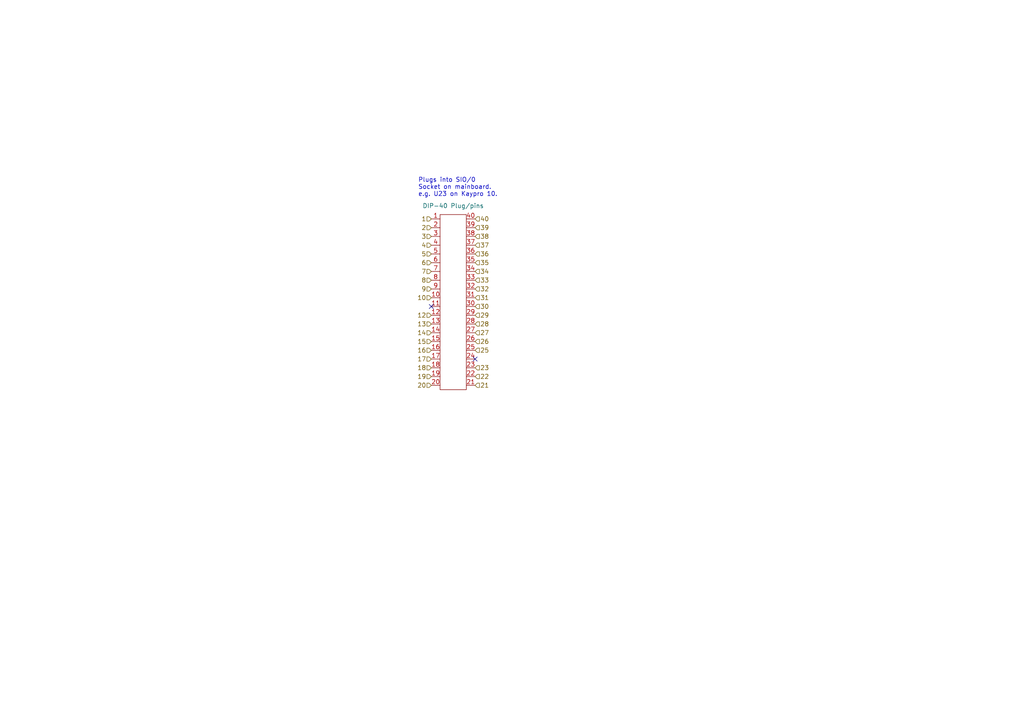
<source format=kicad_sch>
(kicad_sch (version 20211123) (generator eeschema)
  (paper "A4")
  (lib_symbols
    (symbol "Calculator:DIP40" (pin_names (offset 0) hide)
      (property "Reference" "U" (at 0 23.495 0))
      (property "Value" "DIP40" (at 0 26.67 0))
      (symbol "DIP40_0_1"
        (rectangle (start -3.81 25.4) (end 3.81 -25.4))
      )
      (symbol "DIP40_1_1"
        (pin bidirectional line (at -6.35 24.13 0) (length 2.54) (name "") (number "1"))
        (pin bidirectional line (at -6.35 1.27 0) (length 2.54) (name "") (number "10"))
        (pin bidirectional line (at -6.35 -1.27 0) (length 2.54) (name "") (number "11"))
        (pin bidirectional line (at -6.35 -3.81 0) (length 2.54) (name "") (number "12"))
        (pin bidirectional line (at -6.35 -6.35 0) (length 2.54) (name "") (number "13"))
        (pin bidirectional line (at -6.35 -8.89 0) (length 2.54) (name "") (number "14"))
        (pin bidirectional line (at -6.35 -11.43 0) (length 2.54) (name "") (number "15"))
        (pin bidirectional line (at -6.35 -13.97 0) (length 2.54) (name "") (number "16"))
        (pin bidirectional line (at -6.35 -16.51 0) (length 2.54) (name "") (number "17"))
        (pin bidirectional line (at -6.35 -19.05 0) (length 2.54) (name "") (number "18"))
        (pin bidirectional line (at -6.35 -21.59 0) (length 2.54) (name "") (number "19"))
        (pin bidirectional line (at -6.35 21.59 0) (length 2.54) (name "") (number "2"))
        (pin bidirectional line (at -6.35 -24.13 0) (length 2.54) (name "") (number "20"))
        (pin bidirectional line (at 6.35 -24.13 180) (length 2.54) (name "") (number "21"))
        (pin bidirectional line (at 6.35 -21.59 180) (length 2.54) (name "") (number "22"))
        (pin bidirectional line (at 6.35 -19.05 180) (length 2.54) (name "") (number "23"))
        (pin bidirectional line (at 6.35 -16.51 180) (length 2.54) (name "") (number "24"))
        (pin bidirectional line (at 6.35 -13.97 180) (length 2.54) (name "") (number "25"))
        (pin bidirectional line (at 6.35 -11.43 180) (length 2.54) (name "") (number "26"))
        (pin bidirectional line (at 6.35 -8.89 180) (length 2.54) (name "") (number "27"))
        (pin bidirectional line (at 6.35 -6.35 180) (length 2.54) (name "") (number "28"))
        (pin bidirectional line (at 6.35 -3.81 180) (length 2.54) (name "") (number "29"))
        (pin bidirectional line (at -6.35 19.05 0) (length 2.54) (name "") (number "3"))
        (pin bidirectional line (at 6.35 -1.27 180) (length 2.54) (name "") (number "30"))
        (pin bidirectional line (at 6.35 1.27 180) (length 2.54) (name "") (number "31"))
        (pin bidirectional line (at 6.35 3.81 180) (length 2.54) (name "") (number "32"))
        (pin bidirectional line (at 6.35 6.35 180) (length 2.54) (name "") (number "33"))
        (pin bidirectional line (at 6.35 8.89 180) (length 2.54) (name "") (number "34"))
        (pin bidirectional line (at 6.35 11.43 180) (length 2.54) (name "") (number "35"))
        (pin bidirectional line (at 6.35 13.97 180) (length 2.54) (name "") (number "36"))
        (pin bidirectional line (at 6.35 16.51 180) (length 2.54) (name "") (number "37"))
        (pin bidirectional line (at 6.35 19.05 180) (length 2.54) (name "") (number "38"))
        (pin bidirectional line (at 6.35 21.59 180) (length 2.54) (name "") (number "39"))
        (pin bidirectional line (at -6.35 16.51 0) (length 2.54) (name "") (number "4"))
        (pin bidirectional line (at 6.35 24.13 180) (length 2.54) (name "") (number "40"))
        (pin bidirectional line (at -6.35 13.97 0) (length 2.54) (name "") (number "5"))
        (pin bidirectional line (at -6.35 11.43 0) (length 2.54) (name "") (number "6"))
        (pin bidirectional line (at -6.35 8.89 0) (length 2.54) (name "") (number "7"))
        (pin bidirectional line (at -6.35 6.35 0) (length 2.54) (name "") (number "8"))
        (pin bidirectional line (at -6.35 3.81 0) (length 2.54) (name "") (number "9"))
      )
    )
  )
  (no_connect (at 137.795 104.14))
  (no_connect (at 125.095 88.9))
  (text "Plugs into SIO/0\nSocket on mainboard.\ne.g. U23 on Kaypro 10." (at 121.285 57.15 0) (effects (font (size 1.27 1.27)) (justify left bottom)))
  (hierarchical_label "27" (shape input) (at 137.795 96.52 0))
  (hierarchical_label "21" (shape input) (at 137.795 111.76 0))
  (hierarchical_label "33" (shape input) (at 137.795 81.28 0))
  (hierarchical_label "38" (shape input) (at 137.795 68.58 0))
  (hierarchical_label "35" (shape input) (at 137.795 76.2 0))
  (hierarchical_label "16" (shape input) (at 125.095 101.6 180))
  (hierarchical_label "32" (shape input) (at 137.795 83.82 0))
  (hierarchical_label "9" (shape input) (at 125.095 83.82 180))
  (hierarchical_label "7" (shape input) (at 125.095 78.74 180))
  (hierarchical_label "14" (shape input) (at 125.095 96.52 180))
  (hierarchical_label "31" (shape input) (at 137.795 86.36 0))
  (hierarchical_label "28" (shape input) (at 137.795 93.98 0))
  (hierarchical_label "13" (shape input) (at 125.095 93.98 180))
  (hierarchical_label "39" (shape input) (at 137.795 66.04 0))
  (hierarchical_label "23" (shape input) (at 137.795 106.68 0))
  (hierarchical_label "4" (shape input) (at 125.095 71.12 180))
  (hierarchical_label "22" (shape input) (at 137.795 109.22 0))
  (hierarchical_label "17" (shape input) (at 125.095 104.14 180))
  (hierarchical_label "2" (shape input) (at 125.095 66.04 180))
  (hierarchical_label "40" (shape input) (at 137.795 63.5 0))
  (hierarchical_label "5" (shape input) (at 125.095 73.66 180))
  (hierarchical_label "3" (shape input) (at 125.095 68.58 180))
  (hierarchical_label "18" (shape input) (at 125.095 106.68 180))
  (hierarchical_label "12" (shape input) (at 125.095 91.44 180))
  (hierarchical_label "20" (shape input) (at 125.095 111.76 180))
  (hierarchical_label "30" (shape input) (at 137.795 88.9 0))
  (hierarchical_label "6" (shape input) (at 125.095 76.2 180))
  (hierarchical_label "15" (shape input) (at 125.095 99.06 180))
  (hierarchical_label "36" (shape input) (at 137.795 73.66 0))
  (hierarchical_label "37" (shape input) (at 137.795 71.12 0))
  (hierarchical_label "26" (shape input) (at 137.795 99.06 0))
  (hierarchical_label "19" (shape input) (at 125.095 109.22 180))
  (hierarchical_label "1" (shape input) (at 125.095 63.5 180))
  (hierarchical_label "10" (shape input) (at 125.095 86.36 180))
  (hierarchical_label "29" (shape input) (at 137.795 91.44 0))
  (hierarchical_label "34" (shape input) (at 137.795 78.74 0))
  (hierarchical_label "25" (shape input) (at 137.795 101.6 0))
  (hierarchical_label "8" (shape input) (at 125.095 81.28 180))
  (symbol (lib_id "Calculator:DIP40") (at 131.445 87.63 0) (unit 1)
    (property "Reference" "U99" (effects hide))
    (property "Value" "DIP-40 Plug/pins" (at 131.445 59.69 0))
  )
)
</source>
